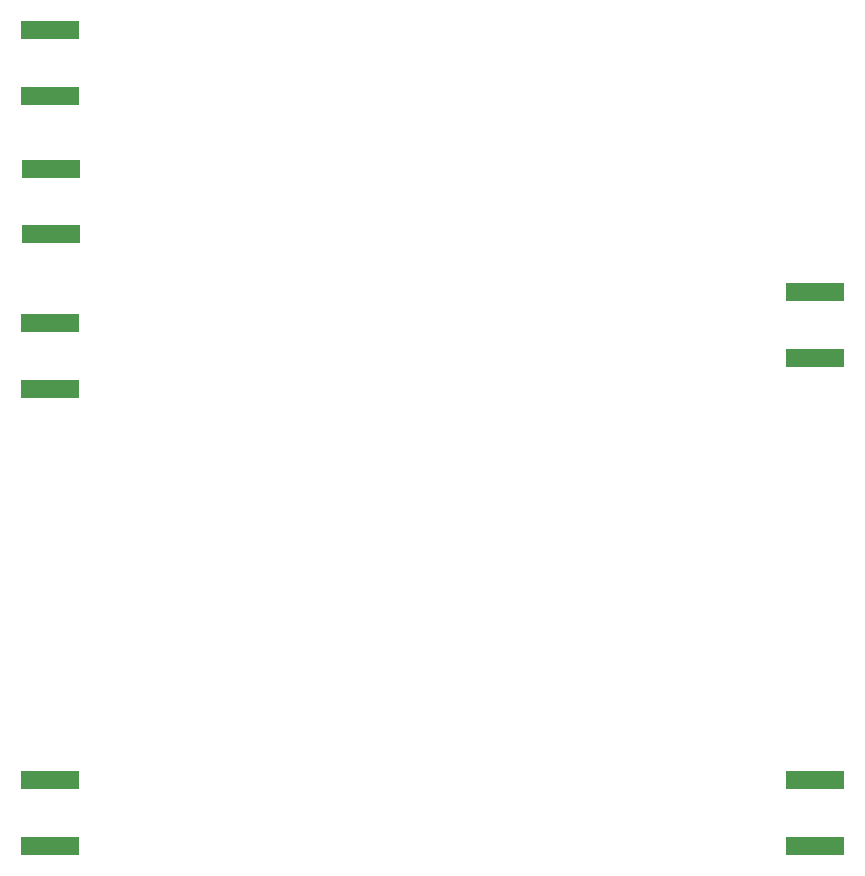
<source format=gbp>
G04*
G04 #@! TF.GenerationSoftware,Altium Limited,Altium Designer,20.2.4 (192)*
G04*
G04 Layer_Color=128*
%FSLAX25Y25*%
%MOIN*%
G70*
G04*
G04 #@! TF.SameCoordinates,2E8E0BC3-B8D5-4E9D-ADAA-81CF339668D3*
G04*
G04*
G04 #@! TF.FilePolarity,Positive*
G04*
G01*
G75*
%ADD62R,0.19685X0.06299*%
D62*
X265118Y87520D02*
D03*
Y109331D02*
D03*
X10079Y261693D02*
D03*
Y239882D02*
D03*
X10258Y313126D02*
D03*
Y291315D02*
D03*
X265118Y250118D02*
D03*
Y271929D02*
D03*
X10079Y359269D02*
D03*
Y337458D02*
D03*
Y109331D02*
D03*
Y87520D02*
D03*
M02*

</source>
